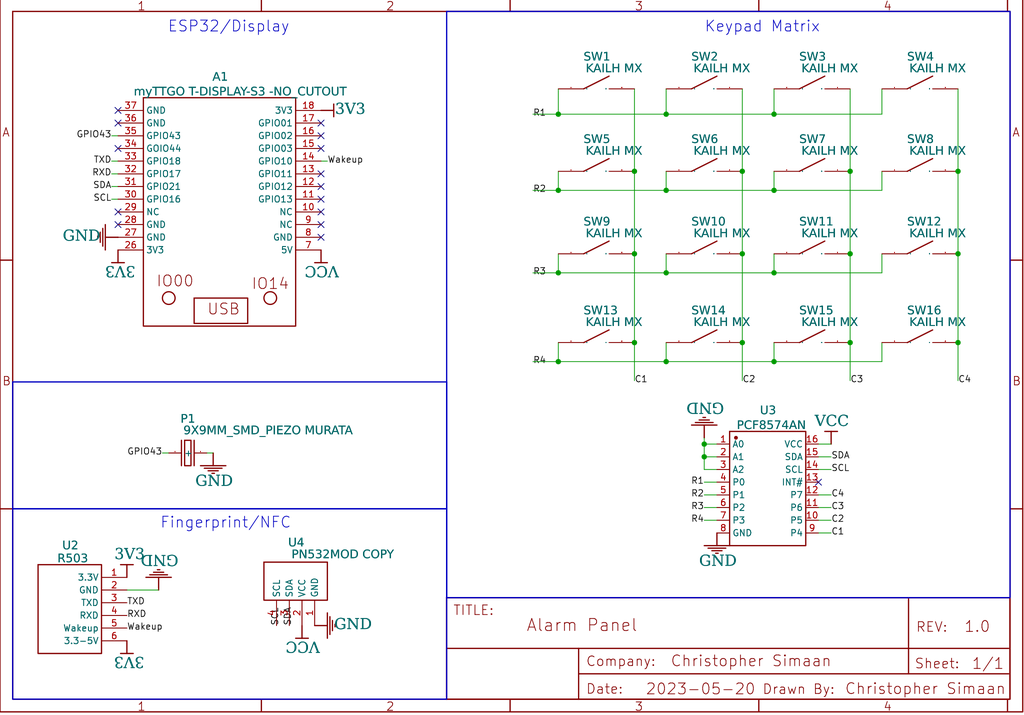
<source format=kicad_sch>
(kicad_sch (version 20231120) (generator "eeschema") (generator_version "8.0")
  (paper "User" 204.978 143.129)
  (lib_symbols
    (symbol "3V3" (power) (pin_numbers hide) (pin_names hide)
      (property "Value" "3V3" (at 0 3.81 0))
      (symbol "3V3_0_0"
        (polyline (pts (xy -1.27 -2.54) (xy 1.27 -2.54)) (stroke (width 0.254)))
        (polyline (pts (xy 0 0) (xy 0 -2.54)) (stroke (width 0.254)))
        (pin power_in line (at 0 0 270) (length 0) (name "3V3") (number "1"))
      )
    )
    (symbol "9X9MM_SMD_PIEZO MURATA"
      (property "Reference" "P1" (at -1.4478 7.6835 0))
      (property "Value" "9X9MM_SMD_PIEZO MURATA" (at -1.4478 5.4229 0))
      (symbol "9X9MM_SMD_PIEZO MURATA_0_0"
        (rectangle (start -0.635 2.54) (end 0.635 -2.54) (stroke (width 0.254)))
        (polyline (pts (xy -1.27 2.54) (xy -1.27 -2.54)) (stroke (width 0.254)))
        (polyline (pts (xy 1.27 2.54) (xy 1.27 -2.54)) (stroke (width 0.254)))
        (pin unspecified line (at -3.81 0 0) (length 2.54) (name "+") (number "1"))
        (pin unspecified line (at 3.81 0 180) (length 2.54) (name "") (number "2"))
      )
    )
    (symbol "GND" (power) (pin_numbers hide) (pin_names hide)
      (property "Value" "GND" (at 0 6.35 0))
      (symbol "GND_0_0"
        (polyline (pts (xy -2.54 -2.54) (xy 2.54 -2.54)) (stroke (width 0.254)))
        (polyline (pts (xy -1.778 -3.048) (xy 1.778 -3.048)) (stroke (width 0.254)))
        (polyline (pts (xy -1.016 -3.556) (xy 1.016 -3.556)) (stroke (width 0.254)))
        (polyline (pts (xy -0.254 -4.064) (xy 0.254 -4.064)) (stroke (width 0.254)))
        (polyline (pts (xy 0 0) (xy 0 -2.54)) (stroke (width 0.254)))
        (pin power_in line (at 0 0 270) (length 0) (name "GND") (number "1"))
      )
    )
    (symbol "KAILH MX CHOC V1 CHOC V2 HOT SWAP COPY"
      (property "Reference" "SW1" (at -2.5654 7.2771 0))
      (property "Value" "KAILH MX" (at -2.5654 4.9911 0))
      (symbol "KAILH MX CHOC V1 CHOC V2 HOT SWAP COPY_0_0"
        (polyline (pts (xy -2.54 0) (xy 2.54 2.54)) (stroke (width 0.254)))
        (pin bidirectional line (at -7.62 0 0) (length 5.08) (name "1") (number "1"))
        (pin bidirectional line (at 7.62 0 180) (length 5.08) (name "2") (number "2"))
      )
    )
    (symbol "KAILH MX CHOC V1 CHOC V2 HOT SWAP COPY_1"
      (property "Reference" "SW2" (at -2.5654 7.2771 0))
      (property "Value" "KAILH MX" (at -2.5654 4.9911 0))
      (symbol "KAILH MX CHOC V1 CHOC V2 HOT SWAP COPY_1_0_0"
        (polyline (pts (xy -2.54 0) (xy 2.54 2.54)) (stroke (width 0.254)))
        (pin bidirectional line (at -7.62 0 0) (length 5.08) (name "1") (number "1"))
        (pin bidirectional line (at 7.62 0 180) (length 5.08) (name "2") (number "2"))
      )
    )
    (symbol "KAILH MX CHOC V1 CHOC V2 HOT SWAP COPY_10"
      (property "Reference" "SW11" (at -2.5654 7.2771 0))
      (property "Value" "KAILH MX" (at -2.5654 4.9911 0))
      (symbol "KAILH MX CHOC V1 CHOC V2 HOT SWAP COPY_10_0_0"
        (polyline (pts (xy -2.54 0) (xy 2.54 2.54)) (stroke (width 0.254)))
        (pin bidirectional line (at -7.62 0 0) (length 5.08) (name "1") (number "1"))
        (pin bidirectional line (at 7.62 0 180) (length 5.08) (name "2") (number "2"))
      )
    )
    (symbol "KAILH MX CHOC V1 CHOC V2 HOT SWAP COPY_11"
      (property "Reference" "SW12" (at -2.5654 7.2771 0))
      (property "Value" "KAILH MX" (at -2.5654 4.9911 0))
      (symbol "KAILH MX CHOC V1 CHOC V2 HOT SWAP COPY_11_0_0"
        (polyline (pts (xy -2.54 0) (xy 2.54 2.54)) (stroke (width 0.254)))
        (pin bidirectional line (at -7.62 0 0) (length 5.08) (name "1") (number "1"))
        (pin bidirectional line (at 7.62 0 180) (length 5.08) (name "2") (number "2"))
      )
    )
    (symbol "KAILH MX CHOC V1 CHOC V2 HOT SWAP COPY_12"
      (property "Reference" "SW13" (at -2.5654 7.2771 0))
      (property "Value" "KAILH MX" (at -2.5654 4.9911 0))
      (symbol "KAILH MX CHOC V1 CHOC V2 HOT SWAP COPY_12_0_0"
        (polyline (pts (xy -2.54 0) (xy 2.54 2.54)) (stroke (width 0.254)))
        (pin bidirectional line (at -7.62 0 0) (length 5.08) (name "1") (number "1"))
        (pin bidirectional line (at 7.62 0 180) (length 5.08) (name "2") (number "2"))
      )
    )
    (symbol "KAILH MX CHOC V1 CHOC V2 HOT SWAP COPY_13"
      (property "Reference" "SW14" (at -2.5654 7.2771 0))
      (property "Value" "KAILH MX" (at -2.5654 4.9911 0))
      (symbol "KAILH MX CHOC V1 CHOC V2 HOT SWAP COPY_13_0_0"
        (polyline (pts (xy -2.54 0) (xy 2.54 2.54)) (stroke (width 0.254)))
        (pin bidirectional line (at -7.62 0 0) (length 5.08) (name "1") (number "1"))
        (pin bidirectional line (at 7.62 0 180) (length 5.08) (name "2") (number "2"))
      )
    )
    (symbol "KAILH MX CHOC V1 CHOC V2 HOT SWAP COPY_14"
      (property "Reference" "SW15" (at -2.5654 7.2771 0))
      (property "Value" "KAILH MX" (at -2.5654 4.9911 0))
      (symbol "KAILH MX CHOC V1 CHOC V2 HOT SWAP COPY_14_0_0"
        (polyline (pts (xy -2.54 0) (xy 2.54 2.54)) (stroke (width 0.254)))
        (pin bidirectional line (at -7.62 0 0) (length 5.08) (name "1") (number "1"))
        (pin bidirectional line (at 7.62 0 180) (length 5.08) (name "2") (number "2"))
      )
    )
    (symbol "KAILH MX CHOC V1 CHOC V2 HOT SWAP COPY_15"
      (property "Reference" "SW16" (at -2.5654 7.2771 0))
      (property "Value" "KAILH MX" (at -2.5654 4.9911 0))
      (symbol "KAILH MX CHOC V1 CHOC V2 HOT SWAP COPY_15_0_0"
        (polyline (pts (xy -2.54 0) (xy 2.54 2.54)) (stroke (width 0.254)))
        (pin bidirectional line (at -7.62 0 0) (length 5.08) (name "1") (number "1"))
        (pin bidirectional line (at 7.62 0 180) (length 5.08) (name "2") (number "2"))
      )
    )
    (symbol "KAILH MX CHOC V1 CHOC V2 HOT SWAP COPY_2"
      (property "Reference" "SW3" (at -2.5654 7.2771 0))
      (property "Value" "KAILH MX" (at -2.5654 4.9911 0))
      (symbol "KAILH MX CHOC V1 CHOC V2 HOT SWAP COPY_2_0_0"
        (polyline (pts (xy -2.54 0) (xy 2.54 2.54)) (stroke (width 0.254)))
        (pin bidirectional line (at -7.62 0 0) (length 5.08) (name "1") (number "1"))
        (pin bidirectional line (at 7.62 0 180) (length 5.08) (name "2") (number "2"))
      )
    )
    (symbol "KAILH MX CHOC V1 CHOC V2 HOT SWAP COPY_3"
      (property "Reference" "SW4" (at -2.5654 7.2771 0))
      (property "Value" "KAILH MX" (at -2.5654 4.9911 0))
      (symbol "KAILH MX CHOC V1 CHOC V2 HOT SWAP COPY_3_0_0"
        (polyline (pts (xy -2.54 0) (xy 2.54 2.54)) (stroke (width 0.254)))
        (pin bidirectional line (at -7.62 0 0) (length 5.08) (name "1") (number "1"))
        (pin bidirectional line (at 7.62 0 180) (length 5.08) (name "2") (number "2"))
      )
    )
    (symbol "KAILH MX CHOC V1 CHOC V2 HOT SWAP COPY_4"
      (property "Reference" "SW5" (at -2.5654 7.2771 0))
      (property "Value" "KAILH MX" (at -2.5654 4.9911 0))
      (symbol "KAILH MX CHOC V1 CHOC V2 HOT SWAP COPY_4_0_0"
        (polyline (pts (xy -2.54 0) (xy 2.54 2.54)) (stroke (width 0.254)))
        (pin bidirectional line (at -7.62 0 0) (length 5.08) (name "1") (number "1"))
        (pin bidirectional line (at 7.62 0 180) (length 5.08) (name "2") (number "2"))
      )
    )
    (symbol "KAILH MX CHOC V1 CHOC V2 HOT SWAP COPY_5"
      (property "Reference" "SW6" (at -2.5654 7.2771 0))
      (property "Value" "KAILH MX" (at -2.5654 4.9911 0))
      (symbol "KAILH MX CHOC V1 CHOC V2 HOT SWAP COPY_5_0_0"
        (polyline (pts (xy -2.54 0) (xy 2.54 2.54)) (stroke (width 0.254)))
        (pin bidirectional line (at -7.62 0 0) (length 5.08) (name "1") (number "1"))
        (pin bidirectional line (at 7.62 0 180) (length 5.08) (name "2") (number "2"))
      )
    )
    (symbol "KAILH MX CHOC V1 CHOC V2 HOT SWAP COPY_6"
      (property "Reference" "SW7" (at -2.5654 7.2771 0))
      (property "Value" "KAILH MX" (at -2.5654 4.9911 0))
      (symbol "KAILH MX CHOC V1 CHOC V2 HOT SWAP COPY_6_0_0"
        (polyline (pts (xy -2.54 0) (xy 2.54 2.54)) (stroke (width 0.254)))
        (pin bidirectional line (at -7.62 0 0) (length 5.08) (name "1") (number "1"))
        (pin bidirectional line (at 7.62 0 180) (length 5.08) (name "2") (number "2"))
      )
    )
    (symbol "KAILH MX CHOC V1 CHOC V2 HOT SWAP COPY_7"
      (property "Reference" "SW8" (at -2.5654 7.2771 0))
      (property "Value" "KAILH MX" (at -2.5654 4.9911 0))
      (symbol "KAILH MX CHOC V1 CHOC V2 HOT SWAP COPY_7_0_0"
        (polyline (pts (xy -2.54 0) (xy 2.54 2.54)) (stroke (width 0.254)))
        (pin bidirectional line (at -7.62 0 0) (length 5.08) (name "1") (number "1"))
        (pin bidirectional line (at 7.62 0 180) (length 5.08) (name "2") (number "2"))
      )
    )
    (symbol "KAILH MX CHOC V1 CHOC V2 HOT SWAP COPY_8"
      (property "Reference" "SW9" (at -2.5654 7.2771 0))
      (property "Value" "KAILH MX" (at -2.5654 4.9911 0))
      (symbol "KAILH MX CHOC V1 CHOC V2 HOT SWAP COPY_8_0_0"
        (polyline (pts (xy -2.54 0) (xy 2.54 2.54)) (stroke (width 0.254)))
        (pin bidirectional line (at -7.62 0 0) (length 5.08) (name "1") (number "1"))
        (pin bidirectional line (at 7.62 0 180) (length 5.08) (name "2") (number "2"))
      )
    )
    (symbol "KAILH MX CHOC V1 CHOC V2 HOT SWAP COPY_9"
      (property "Reference" "SW10" (at -2.5654 7.2771 0))
      (property "Value" "KAILH MX" (at -2.5654 4.9911 0))
      (symbol "KAILH MX CHOC V1 CHOC V2 HOT SWAP COPY_9_0_0"
        (polyline (pts (xy -2.54 0) (xy 2.54 2.54)) (stroke (width 0.254)))
        (pin bidirectional line (at -7.62 0 0) (length 5.08) (name "1") (number "1"))
        (pin bidirectional line (at 7.62 0 180) (length 5.08) (name "2") (number "2"))
      )
    )
    (symbol "PCF8574AN"
      (property "Reference" "U3" (at -1.5494 16.4973 0))
      (property "Value" "PCF8574AN" (at -6.6548 13.5763 0))
      (symbol "PCF8574AN_0_0"
        (rectangle (start -7.62 11.43) (end 7.62 -11.43) (stroke (width 0.254)))
        (circle (center -6.35 10.16) (radius 0.254) (stroke (width 0.254)) (fill (type outline)))
        (pin unspecified line (at -10.16 8.89 0) (length 2.54) (name "A0") (number "1"))
        (pin unspecified line (at 10.16 -6.35 180) (length 2.54) (name "P5") (number "10"))
        (pin unspecified line (at 10.16 -3.81 180) (length 2.54) (name "P6") (number "11"))
        (pin unspecified line (at 10.16 -1.27 180) (length 2.54) (name "P7") (number "12"))
        (pin unspecified line (at 10.16 1.27 180) (length 2.54) (name "INT#") (number "13"))
        (pin unspecified line (at 10.16 3.81 180) (length 2.54) (name "SCL") (number "14"))
        (pin unspecified line (at 10.16 6.35 180) (length 2.54) (name "SDA") (number "15"))
        (pin unspecified line (at 10.16 8.89 180) (length 2.54) (name "VCC") (number "16"))
        (pin unspecified line (at -10.16 6.35 0) (length 2.54) (name "A1") (number "2"))
        (pin unspecified line (at -10.16 3.81 0) (length 2.54) (name "A2") (number "3"))
        (pin unspecified line (at -10.16 1.27 0) (length 2.54) (name "P0") (number "4"))
        (pin unspecified line (at -10.16 -1.27 0) (length 2.54) (name "P1") (number "5"))
        (pin unspecified line (at -10.16 -3.81 0) (length 2.54) (name "P2") (number "6"))
        (pin unspecified line (at -10.16 -6.35 0) (length 2.54) (name "P3") (number "7"))
        (pin unspecified line (at -10.16 -8.89 0) (length 2.54) (name "GND") (number "8"))
        (pin unspecified line (at 10.16 -8.89 180) (length 2.54) (name "P4") (number "9"))
      )
    )
    (symbol "PN532MOD COPY"
      (property "Reference" "U4" (at -5.3086 17.4625 0))
      (property "Value" "PN532MOD COPY" (at -5.3086 15.1511 0))
      (symbol "PN532MOD COPY_0_0"
        (rectangle (start -10.16 12.7) (end 2.54 5.08) (stroke (width 0.254)))
        (pin unspecified line (at 0 0 90) (length 5.08) (name "GND") (number "1"))
        (pin unspecified line (at -2.54 0 90) (length 5.08) (name "VCC") (number "2"))
        (pin unspecified line (at -5.08 0 90) (length 5.08) (name "SDA") (number "3"))
        (pin unspecified line (at -7.62 0 90) (length 5.08) (name "SCL") (number "4"))
      )
    )
    (symbol "R503 Fingerprint reader"
      (property "Reference" "U2" (at -0.2286 14.8463 0))
      (property "Value" "R503" (at -1.5494 12.3063 0))
      (symbol "R503 Fingerprint reader_0_0"
        (rectangle (start -5.08 10.16) (end 7.62 -7.62) (stroke (width 0.254)))
        (pin unspecified line (at 12.7 7.62 180) (length 5.08) (name "3.3V") (number "1"))
        (pin unspecified line (at 12.7 5.08 180) (length 5.08) (name "GND") (number "2"))
        (pin unspecified line (at 12.7 2.54 180) (length 5.08) (name "TXD") (number "3"))
        (pin unspecified line (at 12.7 0 180) (length 5.08) (name "RXD") (number "4"))
        (pin unspecified line (at 12.7 -2.54 180) (length 5.08) (name "Wakeup") (number "5"))
        (pin unspecified line (at 12.7 -5.08 180) (length 5.08) (name "3.3-5V") (number "6"))
      )
    )
    (symbol "Unknown_5_-566"
      (property "Reference" "A" (at 57.9882 66.7131 0))
      (property "Value" "A" (at 57.9882 64.4271 0))
      (symbol "Unknown_5_-566_0_0"
        (polyline (pts (xy 2.54 -102.108) (xy 0 -102.108)) (stroke (width 0.254)))
        (polyline (pts (xy 2.54 -52.324) (xy 0 -52.324)) (stroke (width 0.254)))
        (polyline (pts (xy 52.324 -140.208) (xy 52.324 -142.748)) (stroke (width 0.254)))
        (polyline (pts (xy 52.324 -2.54) (xy 52.324 0)) (stroke (width 0.254)))
        (polyline (pts (xy 89.408 -130.048) (xy 201.93 -130.048)) (stroke (width 0.254)))
        (polyline (pts (xy 102.108 -140.208) (xy 102.108 -142.748)) (stroke (width 0.254)))
        (polyline (pts (xy 102.108 -2.54) (xy 102.108 0)) (stroke (width 0.254)))
        (polyline (pts (xy 115.824 -135.128) (xy 201.93 -135.128)) (stroke (width 0.254)))
        (polyline (pts (xy 115.824 -130.048) (xy 115.824 -140.208)) (stroke (width 0.254)))
        (polyline (pts (xy 151.892 -140.208) (xy 151.892 -142.748)) (stroke (width 0.254)))
        (polyline (pts (xy 151.892 -2.54) (xy 151.892 0)) (stroke (width 0.254)))
        (polyline (pts (xy 181.864 -130.048) (xy 181.864 -135.128)) (stroke (width 0.254)))
        (polyline (pts (xy 181.864 -120.142) (xy 181.864 -130.048)) (stroke (width 0.254)))
        (polyline (pts (xy 201.676 -140.208) (xy 201.676 -142.748)) (stroke (width 0.254)))
        (polyline (pts (xy 201.676 -2.54) (xy 201.676 0)) (stroke (width 0.254)))
        (polyline (pts (xy 202.184 -102.108) (xy 204.724 -102.108)) (stroke (width 0.254)))
        (polyline (pts (xy 202.184 -52.324) (xy 204.724 -52.324)) (stroke (width 0.254)))
        (rectangle (start 0 0) (end 204.724 -142.748) (stroke (width 0.254)))
        (rectangle (start 2.54 -2.54) (end 202.184 -140.208) (stroke (width 0.254)))
        (rectangle (start 89.3826 -119.888) (end 202.1586 -140.208) (stroke (width 0.254)))
        (text "1" (at 27.432 -140.6779 0) (effects (font (size 1.6891 1.6891)) (justify left top)))
        (text "1" (at 27.432 -0.4699 0) (effects (font (size 1.6891 1.6891)) (justify left top)))
        (text "1.0" (at 192.9384 -124.3711 0) (effects (font (size 2.1717 2.1717)) (justify left top)))
        (text "1/1" (at 194.4624 -131.7879 0) (effects (font (size 2.1717 2.1717)) (justify left top)))
        (text "2" (at 77.216 -140.6779 0) (effects (font (size 1.6891 1.6891)) (justify left top)))
        (text "2" (at 77.216 -0.4699 0) (effects (font (size 1.6891 1.6891)) (justify left top)))
        (text "2023-05-20" (at 129.1844 -136.8679 0) (effects (font (size 2.1717 2.1717)) (justify left top)))
        (text "3" (at 127 -140.6779 0) (effects (font (size 1.6891 1.6891)) (justify left top)))
        (text "3" (at 127 -0.4699 0) (effects (font (size 1.6891 1.6891)) (justify left top)))
        (text "4" (at 176.784 -140.6779 0) (effects (font (size 1.6891 1.6891)) (justify left top)))
        (text "4" (at 176.784 -0.4699 0) (effects (font (size 1.6891 1.6891)) (justify left top)))
        (text "A" (at 0.381 -25.7429 0) (effects (font (size 1.6891 1.6891)) (justify left top)))
        (text "A" (at 202.565 -25.7429 0) (effects (font (size 1.6891 1.6891)) (justify left top)))
        (text "Alarm Panel" (at 105.3084 -123.952 0) (effects (font (size 2.413 2.413)) (justify left top)))
        (text "B" (at 0.381 -75.5269 0) (effects (font (size 1.6891 1.6891)) (justify left top)))
        (text "B" (at 202.565 -75.5269 0) (effects (font (size 1.6891 1.6891)) (justify left top)))
        (text "Christopher Simaan" (at 134.1628 -131.2545 0) (effects (font (size 2.1717 2.1717)) (justify left top)))
        (text "Christopher Simaan" (at 169.0624 -136.8171 0) (effects (font (size 2.1717 2.1717)) (justify left top)))
        (text "Company:" (at 117.2464 -131.4704 0) (effects (font (size 1.9304 1.9304)) (justify left top)))
        (text "Date:" (at 117.2464 -137.0076 0) (effects (font (size 1.9304 1.9304)) (justify left top)))
        (text "Drawn By:" (at 152.5524 -137.0584 0) (effects (font (size 1.9304 1.9304)) (justify left top)))
        (text "REV:" (at 183.2864 -124.6124 0) (effects (font (size 1.9304 1.9304)) (justify left top)))
        (text "Sheet:" (at 183.0324 -131.9276 0) (effects (font (size 1.9304 1.9304)) (justify left top)))
        (text "TITLE:" (at 90.6526 -121.2596 0) (effects (font (size 1.9304 1.9304)) (justify left top)))
      )
    )
    (symbol "VCC" (power) (pin_numbers hide) (pin_names hide)
      (property "Value" "VCC" (at 0 3.81 0))
      (symbol "VCC_0_0"
        (polyline (pts (xy -1.27 -2.54) (xy 1.27 -2.54)) (stroke (width 0.254)))
        (polyline (pts (xy 0 0) (xy 0 -2.54)) (stroke (width 0.254)))
        (pin power_in line (at 0 0 270) (length 0) (name "VCC") (number "1"))
      )
    )
    (symbol "myTTGO T-DISPLAY-S3 -NO_CUTOUT"
      (property "Reference" "A1" (at -1.4224 25.3365 0))
      (property "Value" "myTTGO T-DISPLAY-S3 -NO_CUTOUT" (at -19.685 22.4409 0))
      (symbol "myTTGO T-DISPLAY-S3 -NO_CUTOUT_0_0"
        (rectangle (start -15.24 20.32) (end 15.24 -25.4) (stroke (width 0.254)))
        (circle (center -10.16 -19.7866) (radius 1.27) (stroke (width 0.254)))
        (rectangle (start -5.08 -19.7866) (end 5.6388 -24.8666) (stroke (width 0.254)))
        (circle (center 10.16 -19.7866) (radius 1.27) (stroke (width 0.254)))
        (text "IO00" (at -12.7 -15.0749 0) (effects (font (size 2.1717 2.1717)) (justify left top)))
        (text "IO14" (at 6.35 -15.6083 0) (effects (font (size 2.1717 2.1717)) (justify left top)))
        (text "USB" (at -2.54 -20.6883 0) (effects (font (size 2.1717 2.1717)) (justify left top)))
        (pin unspecified line (at 20.32 -2.54 180) (length 5.08) (name "NC") (number "10"))
        (pin bidirectional line (at 20.32 0 180) (length 5.08) (name "GPIO13") (number "11"))
        (pin bidirectional line (at 20.32 2.54 180) (length 5.08) (name "GPIO12") (number "12"))
        (pin bidirectional line (at 20.32 5.08 180) (length 5.08) (name "GPIO11") (number "13"))
        (pin bidirectional line (at 20.32 7.62 180) (length 5.08) (name "GPIO10") (number "14"))
        (pin bidirectional line (at 20.32 10.16 180) (length 5.08) (name "GPIO03") (number "15"))
        (pin bidirectional line (at 20.32 12.7 180) (length 5.08) (name "GPIO02") (number "16"))
        (pin passive line (at 20.32 15.24 180) (length 5.08) (name "GPIO01") (number "17"))
        (pin passive line (at 20.32 17.78 180) (length 5.08) (name "3V3") (number "18"))
        (pin passive line (at -20.32 -10.16 0) (length 5.08) (name "3V3") (number "26"))
        (pin passive line (at -20.32 -7.62 0) (length 5.08) (name "GND") (number "27"))
        (pin unspecified line (at -20.32 -5.08 0) (length 5.08) (name "GND") (number "28"))
        (pin unspecified line (at -20.32 -2.54 0) (length 5.08) (name "NC") (number "29"))
        (pin bidirectional line (at -20.32 0 0) (length 5.08) (name "GPIO16") (number "30"))
        (pin bidirectional line (at -20.32 2.54 0) (length 5.08) (name "GPIO21") (number "31"))
        (pin bidirectional line (at -20.32 5.08 0) (length 5.08) (name "GPIO17") (number "32"))
        (pin bidirectional line (at -20.32 7.62 0) (length 5.08) (name "GPIO18") (number "33"))
        (pin bidirectional line (at -20.32 10.16 0) (length 5.08) (name "GOIO44") (number "34"))
        (pin bidirectional line (at -20.32 12.7 0) (length 5.08) (name "GPIO43") (number "35"))
        (pin bidirectional line (at -20.32 15.24 0) (length 5.08) (name "GND") (number "36"))
        (pin passive line (at -20.32 17.78 0) (length 5.08) (name "GND") (number "37"))
        (pin passive line (at 20.32 -10.16 180) (length 5.08) (name "5V") (number "7"))
        (pin passive line (at 20.32 -7.62 180) (length 5.08) (name "GND") (number "8"))
        (pin passive line (at 20.32 -5.08 180) (length 5.08) (name "NC") (number "9"))
      )
    )
  )
  (junction (at 127 68.58))
  (junction (at 148.59 50.8))
  (junction (at 111.76 38.1))
  (junction (at 170.18 34.29))
  (junction (at 133.35 22.86))
  (junction (at 170.18 50.8))
  (junction (at 191.77 34.29))
  (junction (at 133.35 54.61))
  (junction (at 148.59 34.29))
  (junction (at 170.18 68.58))
  (junction (at 111.76 72.39))
  (junction (at 133.35 38.1))
  (junction (at 148.59 68.58))
  (junction (at 140.97 91.44))
  (junction (at 127 50.8))
  (junction (at 191.77 68.58))
  (junction (at 154.94 54.61))
  (junction (at 154.94 72.39))
  (junction (at 191.77 50.8))
  (junction (at 154.94 22.86))
  (junction (at 133.35 72.39))
  (junction (at 127 34.29))
  (junction (at 111.76 22.86))
  (junction (at 140.97 88.9))
  (junction (at 154.94 38.1))
  (junction (at 111.76 54.61))
  (no_connect (at 64.262 27.178))
  (no_connect (at 23.622 29.718))
  (no_connect (at 64.262 42.418))
  (no_connect (at 23.622 42.418))
  (no_connect (at 64.262 24.638))
  (no_connect (at 163.83 96.52))
  (no_connect (at 23.622 24.638))
  (no_connect (at 64.262 34.798))
  (no_connect (at 64.262 39.878))
  (no_connect (at 64.262 47.498))
  (no_connect (at 64.262 37.338))
  (no_connect (at 23.622 22.098))
  (no_connect (at 23.622 44.958))
  (no_connect (at 64.262 44.958))
  (no_connect (at 64.262 29.718))
  (wire (pts (xy 170.18 34.29) (xy 170.18 50.8)))
  (wire (pts (xy 106.68 72.39) (xy 111.76 72.39)))
  (wire (pts (xy 111.76 38.1) (xy 111.76 34.29)))
  (wire (pts (xy 127 50.8) (xy 127 34.29)))
  (wire (pts (xy 176.53 54.61) (xy 154.94 54.61)))
  (wire (pts (xy 176.53 38.1) (xy 154.94 38.1)))
  (wire (pts (xy 148.59 68.58) (xy 148.59 50.8)))
  (wire (pts (xy 176.53 17.78) (xy 176.53 22.86)))
  (wire (pts (xy 154.94 34.29) (xy 154.94 38.1)))
  (wire (pts (xy 154.94 22.86) (xy 133.35 22.86)))
  (wire (pts (xy 148.59 50.8) (xy 148.59 34.29)))
  (wire (pts (xy 166.37 104.14) (xy 163.83 104.14)))
  (wire (pts (xy 65.532 32.258) (xy 64.262 32.258)))
  (wire (pts (xy 148.59 34.29) (xy 148.59 17.78)))
  (wire (pts (xy 111.76 22.86) (xy 111.76 17.78)))
  (wire (pts (xy 127 34.29) (xy 127 17.78)))
  (wire (pts (xy 166.37 106.68) (xy 163.83 106.68)))
  (wire (pts (xy 31.75 118.11) (xy 25.4 118.11)))
  (wire (pts (xy 166.37 91.44) (xy 163.83 91.44)))
  (wire (pts (xy 133.35 22.86) (xy 111.76 22.86)))
  (wire (pts (xy 148.59 76.2) (xy 148.59 68.58)))
  (wire (pts (xy 42.672 90.678) (xy 41.402 90.678)))
  (wire (pts (xy 133.35 17.78) (xy 133.35 22.86)))
  (wire (pts (xy 106.68 22.86) (xy 111.76 22.86)))
  (wire (pts (xy 191.77 68.58) (xy 191.77 76.2)))
  (wire (pts (xy 133.35 50.8) (xy 133.35 54.61)))
  (wire (pts (xy 166.37 101.6) (xy 163.83 101.6)))
  (wire (pts (xy 176.53 50.8) (xy 176.53 54.61)))
  (wire (pts (xy 106.68 38.1) (xy 111.76 38.1)))
  (wire (pts (xy 22.352 37.338) (xy 23.622 37.338)))
  (wire (pts (xy 32.512 90.678) (xy 33.782 90.678)))
  (wire (pts (xy 143.51 104.14) (xy 140.97 104.14)))
  (wire (pts (xy 111.76 72.39) (xy 111.76 68.58)))
  (wire (pts (xy 170.18 50.8) (xy 170.18 68.58)))
  (wire (pts (xy 143.51 88.9) (xy 140.97 88.9)))
  (wire (pts (xy 154.94 68.58) (xy 154.94 72.39)))
  (wire (pts (xy 133.35 38.1) (xy 111.76 38.1)))
  (wire (pts (xy 143.51 101.6) (xy 140.97 101.6)))
  (wire (pts (xy 154.94 38.1) (xy 133.35 38.1)))
  (wire (pts (xy 140.97 93.98) (xy 140.97 91.44)))
  (wire (pts (xy 143.51 93.98) (xy 140.97 93.98)))
  (wire (pts (xy 106.68 54.61) (xy 111.76 54.61)))
  (wire (pts (xy 127 68.58) (xy 127 50.8)))
  (wire (pts (xy 140.97 91.44) (xy 140.97 88.9)))
  (wire (pts (xy 154.94 72.39) (xy 133.35 72.39)))
  (wire (pts (xy 23.622 27.178) (xy 22.352 27.178)))
  (wire (pts (xy 22.352 34.798) (xy 23.622 34.798)))
  (wire (pts (xy 191.77 17.78) (xy 191.77 34.29)))
  (wire (pts (xy 191.77 50.8) (xy 191.77 68.58)))
  (wire (pts (xy 163.83 88.9) (xy 166.37 88.9)))
  (wire (pts (xy 140.97 96.52) (xy 143.51 96.52)))
  (wire (pts (xy 140.97 88.9) (xy 140.97 87.63)))
  (wire (pts (xy 133.35 54.61) (xy 111.76 54.61)))
  (wire (pts (xy 143.51 99.06) (xy 140.97 99.06)))
  (wire (pts (xy 133.35 34.29) (xy 133.35 38.1)))
  (wire (pts (xy 170.18 68.58) (xy 170.18 76.2)))
  (wire (pts (xy 166.37 93.98) (xy 163.83 93.98)))
  (wire (pts (xy 176.53 72.39) (xy 154.94 72.39)))
  (wire (pts (xy 176.53 22.86) (xy 154.94 22.86)))
  (wire (pts (xy 143.51 91.44) (xy 140.97 91.44)))
  (wire (pts (xy 176.53 68.58) (xy 176.53 72.39)))
  (wire (pts (xy 166.37 99.06) (xy 163.83 99.06)))
  (wire (pts (xy 170.18 17.78) (xy 170.18 34.29)))
  (wire (pts (xy 133.35 72.39) (xy 111.76 72.39)))
  (wire (pts (xy 154.94 17.78) (xy 154.94 22.86)))
  (wire (pts (xy 127 76.2) (xy 127 68.58)))
  (wire (pts (xy 22.352 32.258) (xy 23.622 32.258)))
  (wire (pts (xy 111.76 54.61) (xy 111.76 50.8)))
  (wire (pts (xy 133.35 68.58) (xy 133.35 72.39)))
  (wire (pts (xy 154.94 54.61) (xy 133.35 54.61)))
  (wire (pts (xy 22.352 39.878) (xy 23.622 39.878)))
  (wire (pts (xy 154.94 50.8) (xy 154.94 54.61)))
  (wire (pts (xy 176.53 34.29) (xy 176.53 38.1)))
  (wire (pts (xy 191.77 34.29) (xy 191.77 50.8)))
  (rectangle (start 89.408 2.286) (end 202.184 119.634) (stroke (width 0.254)))
  (rectangle (start 2.54 101.854) (end 89.408 139.954) (stroke (width 0.254)))
  (rectangle (start 2.54 76.454) (end 89.408 101.854) (stroke (width 0.254)))
  (text "ESP32/Display" (at 33.528 4.1783 0) (effects (font (size 2.1717 2.1717)) (justify left top)))
  (text "Keypad Matrix" (at 140.97 4.1783 0) (effects (font (size 2.1717 2.1717)) (justify left top)))
  (text "Fingerprint/NFC" (at 32.004 103.4923 0) (effects (font (size 2.1717 2.1717)) (justify left top)))
  (label "C3" (at 166.37 101.6 0))
  (label "C1" (at 166.37 106.68 0))
  (label "C3" (at 170.18 76.2 0))
  (label "R4" (at 140.97 104.14 180))
  (label "GPIO43" (at 22.352 27.178 180))
  (label "C2" (at 166.37 104.14 0))
  (label "GPIO43" (at 32.512 90.678 180))
  (label "C2" (at 148.59 76.2 0))
  (label "R2" (at 140.97 99.06 180))
  (label "TXD" (at 25.4 120.65 0))
  (label "TXD" (at 22.352 32.258 180))
  (label "R3" (at 106.68 54.61 0))
  (label "C4" (at 191.77 76.2 0))
  (label "Wakeup" (at 65.532 32.258 0))
  (label "SCL" (at 166.37 93.98 0))
  (label "SDA" (at 22.352 37.338 180))
  (label "RXD" (at 25.4 123.19 0))
  (label "SDA" (at 57.912 125.222 90))
  (label "SCL" (at 22.352 39.878 180))
  (label "C4" (at 166.37 99.06 0))
  (label "RXD" (at 22.352 34.798 180))
  (label "SDA" (at 166.37 91.44 0))
  (label "Wakeup" (at 25.4 125.73 0))
  (label "R3" (at 140.97 101.6 180))
  (label "R1" (at 106.68 22.86 0))
  (label "R1" (at 140.97 96.52 180))
  (label "R4" (at 106.68 72.39 0))
  (label "R2" (at 106.68 38.1 0))
  (label "SCL" (at 55.372 125.222 90))
  (label "C1" (at 127 76.2 0))
  (symbol (lib_id "KAILH MX CHOC V1 CHOC V2 HOT SWAP COPY_15") (at 184.15 68.58 0) (unit 0)
    (property "Reference" "SW16" (at 181.5846 61.3029 0) (effects (font (size 1.6891 1.6891)) (justify left top)))
    (property "Value" "KAILH MX" (at 181.5846 63.5889 0) (effects (font (size 1.6891 1.6891)) (justify left top)))
  )
  (symbol (lib_id "KAILH MX CHOC V1 CHOC V2 HOT SWAP COPY_7") (at 184.15 34.29 0) (unit 0)
    (property "Reference" "SW8" (at 181.5846 27.0129 0) (effects (font (size 1.6891 1.6891)) (justify left top)))
    (property "Value" "KAILH MX" (at 181.5846 29.2989 0) (effects (font (size 1.6891 1.6891)) (justify left top)))
  )
  (symbol (lib_id "GND") (at 62.992 125.222 90) (unit 0)
    (property "Reference" "#PWR?" (effects (hide yes)))
    (property "Value" "GND" (at 67.183 126.2634 -90) (effects (font (size 2.1717 2.1717)) (justify left bottom)))
    (property "Description" "Power symbol creates a global label with name 'GND'" (effects (hide yes)))
  )
  (symbol (lib_id "KAILH MX CHOC V1 CHOC V2 HOT SWAP COPY_12") (at 119.38 68.58 0) (unit 0)
    (property "Reference" "SW13" (at 116.8146 61.3029 0) (effects (font (size 1.6891 1.6891)) (justify left top)))
    (property "Value" "KAILH MX" (at 116.8146 63.5889 0) (effects (font (size 1.6891 1.6891)) (justify left top)))
  )
  (symbol (lib_id "KAILH MX CHOC V1 CHOC V2 HOT SWAP COPY_9") (at 140.97 50.8 0) (unit 0)
    (property "Reference" "SW10" (at 138.4046 43.5229 0) (effects (font (size 1.6891 1.6891)) (justify left top)))
    (property "Value" "KAILH MX" (at 138.4046 45.8089 0) (effects (font (size 1.6891 1.6891)) (justify left top)))
  )
  (symbol (lib_id "KAILH MX CHOC V1 CHOC V2 HOT SWAP COPY_4") (at 119.38 34.29 0) (unit 0)
    (property "Reference" "SW5" (at 116.8146 27.0129 0) (effects (font (size 1.6891 1.6891)) (justify left top)))
    (property "Value" "KAILH MX" (at 116.8146 29.2989 0) (effects (font (size 1.6891 1.6891)) (justify left top)))
  )
  (symbol (lib_id "PN532MOD COPY") (at 62.992 125.222 0) (unit 0)
    (property "Reference" "U4" (at 57.6834 107.7595 0) (effects (font (size 1.6891 1.6891)) (justify left top)))
    (property "Value" "PN532MOD COPY" (at 57.6834 110.0709 0) (effects (font (size 1.6891 1.6891)) (justify left top)))
  )
  (symbol (lib_id "myTTGO T-DISPLAY-S3 -NO_CUTOUT") (at 43.942 39.878 0) (unit 0)
    (property "Reference" "A1" (at 42.5196 14.5415 0) (effects (font (size 1.6891 1.6891)) (justify left top)))
    (property "Value" "myTTGO T-DISPLAY-S3 -NO_CUTOUT" (at 24.257 17.4371 0) (effects (font (size 1.6891 1.6891)) (justify left top)))
  )
  (symbol (lib_id "KAILH MX CHOC V1 CHOC V2 HOT SWAP COPY") (at 119.38 17.78 0) (unit 0)
    (property "Reference" "SW1" (at 116.8146 10.5029 0) (effects (font (size 1.6891 1.6891)) (justify left top)))
    (property "Value" "KAILH MX" (at 116.8146 12.7889 0) (effects (font (size 1.6891 1.6891)) (justify left top)))
  )
  (symbol (lib_id "3V3") (at 25.4 115.57 0) (mirror x) (unit 0)
    (property "Reference" "#PWR?" (effects (hide yes)))
    (property "Value" "3V3" (at 22.7584 112.2426 0) (effects (font (size 2.1717 2.1717)) (justify left top)))
    (property "Description" "Power symbol creates a global label with name '3V3'" (effects (hide yes)))
  )
  (symbol (lib_id "3V3") (at 64.262 22.098 90) (mirror x) (unit 0)
    (property "Reference" "#PWR?" (effects (hide yes)))
    (property "Value" "3V3" (at 66.929 23.1394 -270) (effects (font (size 2.1717 2.1717)) (justify right bottom)))
    (property "Description" "Power symbol creates a global label with name '3V3'" (effects (hide yes)))
  )
  (symbol (lib_id "VCC") (at 60.452 125.222 0) (mirror y) (unit 0)
    (property "Reference" "#PWR?" (effects (hide yes)))
    (property "Value" "VCC" (at 57.3024 130.6068 -180) (effects (font (size 2.1717 2.1717)) (justify left top)))
    (property "Description" "Power symbol creates a global label with name 'VCC'" (effects (hide yes)))
  )
  (symbol (lib_id "GND") (at 23.622 47.498 270) (unit 0)
    (property "Reference" "#PWR?" (effects (hide yes)))
    (property "Value" "GND" (at 12.827 48.514 -270) (effects (font (size 2.1717 2.1717)) (justify left bottom)))
    (property "Description" "Power symbol creates a global label with name 'GND'" (effects (hide yes)))
  )
  (symbol (lib_id "VCC") (at 166.37 88.9 0) (mirror x) (unit 0)
    (property "Reference" "#PWR?" (effects (hide yes)))
    (property "Value" "VCC" (at 163.2204 85.598 0) (effects (font (size 2.1717 2.1717)) (justify left top)))
    (property "Description" "Power symbol creates a global label with name 'VCC'" (effects (hide yes)))
  )
  (symbol (lib_id "9X9MM_SMD_PIEZO MURATA") (at 37.592 90.678 0) (unit 0)
    (property "Reference" "P1" (at 36.1442 82.9945 0) (effects (font (size 1.6891 1.6891)) (justify left top)))
    (property "Value" "9X9MM_SMD_PIEZO MURATA" (at 36.1442 85.2551 0) (effects (font (size 1.6891 1.6891)) (justify left top)))
  )
  (symbol (lib_id "R503 Fingerprint reader") (at 12.7 123.19 0) (unit 0)
    (property "Reference" "U2" (at 12.4714 108.3437 0) (effects (font (size 1.6891 1.6891)) (justify left top)))
    (property "Value" "R503" (at 11.1506 110.8837 0) (effects (font (size 1.6891 1.6891)) (justify left top)))
  )
  (symbol (lib_id "Unknown_5_-566") (at 0 -0.254 0) (unit 0)
    (property "Reference" "A" (at 57.9882 -66.9671 0) (effects (font (size 1.6891 1.6891)) (justify left top)))
    (property "Value" "A" (at 57.9882 -64.6811 0) (effects (font (size 1.6891 1.6891)) (justify left top)))
  )
  (symbol (lib_id "GND") (at 140.97 87.63 180) (unit 0)
    (property "Reference" "#PWR?" (effects (hide yes)))
    (property "Value" "GND" (at 137.668 82.7786 -180) (effects (font (size 2.1717 2.1717)) (justify left bottom)))
    (property "Description" "Power symbol creates a global label with name 'GND'" (effects (hide yes)))
  )
  (symbol (lib_id "KAILH MX CHOC V1 CHOC V2 HOT SWAP COPY_6") (at 162.56 34.29 0) (unit 0)
    (property "Reference" "SW7" (at 159.9946 27.0129 0) (effects (font (size 1.6891 1.6891)) (justify left top)))
    (property "Value" "KAILH MX" (at 159.9946 29.2989 0) (effects (font (size 1.6891 1.6891)) (justify left top)))
  )
  (symbol (lib_id "KAILH MX CHOC V1 CHOC V2 HOT SWAP COPY_10") (at 162.56 50.8 0) (unit 0)
    (property "Reference" "SW11" (at 159.9946 43.5229 0) (effects (font (size 1.6891 1.6891)) (justify left top)))
    (property "Value" "KAILH MX" (at 159.9946 45.8089 0) (effects (font (size 1.6891 1.6891)) (justify left top)))
  )
  (symbol (lib_id "KAILH MX CHOC V1 CHOC V2 HOT SWAP COPY_13") (at 140.97 68.58 0) (unit 0)
    (property "Reference" "SW14" (at 138.4046 61.3029 0) (effects (font (size 1.6891 1.6891)) (justify left top)))
    (property "Value" "KAILH MX" (at 138.4046 63.5889 0) (effects (font (size 1.6891 1.6891)) (justify left top)))
  )
  (symbol (lib_id "VCC") (at 64.262 50.038 0) (mirror y) (unit 0)
    (property "Reference" "#PWR?" (effects (hide yes)))
    (property "Value" "VCC" (at 61.1124 55.4228 -180) (effects (font (size 2.1717 2.1717)) (justify left top)))
    (property "Description" "Power symbol creates a global label with name 'VCC'" (effects (hide yes)))
  )
  (symbol (lib_id "KAILH MX CHOC V1 CHOC V2 HOT SWAP COPY_11") (at 184.15 50.8 0) (unit 0)
    (property "Reference" "SW12" (at 181.5846 43.5229 0) (effects (font (size 1.6891 1.6891)) (justify left top)))
    (property "Value" "KAILH MX" (at 181.5846 45.8089 0) (effects (font (size 1.6891 1.6891)) (justify left top)))
  )
  (symbol (lib_id "3V3") (at 25.4 128.27 0) (mirror y) (unit 0)
    (property "Reference" "#PWR?" (effects (hide yes)))
    (property "Value" "3V3" (at 22.6568 133.6548 -180) (effects (font (size 2.1717 2.1717)) (justify left top)))
    (property "Description" "Power symbol creates a global label with name '3V3'" (effects (hide yes)))
  )
  (symbol (lib_id "KAILH MX CHOC V1 CHOC V2 HOT SWAP COPY_1") (at 140.97 17.78 0) (unit 0)
    (property "Reference" "SW2" (at 138.4046 10.5029 0) (effects (font (size 1.6891 1.6891)) (justify left top)))
    (property "Value" "KAILH MX" (at 138.4046 12.7889 0) (effects (font (size 1.6891 1.6891)) (justify left top)))
  )
  (symbol (lib_id "GND") (at 31.75 118.11 180) (unit 0)
    (property "Reference" "#PWR?" (effects (hide yes)))
    (property "Value" "GND" (at 28.448 113.2332 -180) (effects (font (size 2.1717 2.1717)) (justify left bottom)))
    (property "Description" "Power symbol creates a global label with name 'GND'" (effects (hide yes)))
  )
  (symbol (lib_id "KAILH MX CHOC V1 CHOC V2 HOT SWAP COPY_2") (at 162.56 17.78 0) (unit 0)
    (property "Reference" "SW3" (at 159.9946 10.5029 0) (effects (font (size 1.6891 1.6891)) (justify left top)))
    (property "Value" "KAILH MX" (at 159.9946 12.7889 0) (effects (font (size 1.6891 1.6891)) (justify left top)))
  )
  (symbol (lib_id "PCF8574AN") (at 153.67 97.79 0) (unit 0)
    (property "Reference" "U3" (at 152.1206 81.2927 0) (effects (font (size 1.6891 1.6891)) (justify left top)))
    (property "Value" "PCF8574AN" (at 147.0152 84.2137 0) (effects (font (size 1.6891 1.6891)) (justify left top)))
  )
  (symbol (lib_id "KAILH MX CHOC V1 CHOC V2 HOT SWAP COPY_3") (at 184.15 17.78 0) (unit 0)
    (property "Reference" "SW4" (at 181.5846 10.5029 0) (effects (font (size 1.6891 1.6891)) (justify left top)))
    (property "Value" "KAILH MX" (at 181.5846 12.7889 0) (effects (font (size 1.6891 1.6891)) (justify left top)))
  )
  (symbol (lib_id "GND") (at 42.672 90.678 0) (unit 0)
    (property "Reference" "#PWR?" (effects (hide yes)))
    (property "Value" "GND" (at 39.37 97.5868 0) (effects (font (size 2.1717 2.1717)) (justify left bottom)))
    (property "Description" "Power symbol creates a global label with name 'GND'" (effects (hide yes)))
  )
  (symbol (lib_id "KAILH MX CHOC V1 CHOC V2 HOT SWAP COPY_8") (at 119.38 50.8 0) (unit 0)
    (property "Reference" "SW9" (at 116.8146 43.5229 0) (effects (font (size 1.6891 1.6891)) (justify left top)))
    (property "Value" "KAILH MX" (at 116.8146 45.8089 0) (effects (font (size 1.6891 1.6891)) (justify left top)))
  )
  (symbol (lib_id "KAILH MX CHOC V1 CHOC V2 HOT SWAP COPY_5") (at 140.97 34.29 0) (unit 0)
    (property "Reference" "SW6" (at 138.4046 27.0129 0) (effects (font (size 1.6891 1.6891)) (justify left top)))
    (property "Value" "KAILH MX" (at 138.4046 29.2989 0) (effects (font (size 1.6891 1.6891)) (justify left top)))
  )
  (symbol (lib_id "KAILH MX CHOC V1 CHOC V2 HOT SWAP COPY_14") (at 162.56 68.58 0) (unit 0)
    (property "Reference" "SW15" (at 159.9946 61.3029 0) (effects (font (size 1.6891 1.6891)) (justify left top)))
    (property "Value" "KAILH MX" (at 159.9946 63.5889 0) (effects (font (size 1.6891 1.6891)) (justify left top)))
  )
  (symbol (lib_id "GND") (at 143.51 106.68 0) (unit 0)
    (property "Reference" "#PWR?" (effects (hide yes)))
    (property "Value" "GND" (at 140.208 113.5888 0) (effects (font (size 2.1717 2.1717)) (justify left bottom)))
    (property "Description" "Power symbol creates a global label with name 'GND'" (effects (hide yes)))
  )
  (symbol (lib_id "3V3") (at 23.622 50.038 0) (mirror y) (unit 0)
    (property "Reference" "#PWR?" (effects (hide yes)))
    (property "Value" "3V3" (at 20.8788 55.4228 -180) (effects (font (size 2.1717 2.1717)) (justify left top)))
    (property "Description" "Power symbol creates a global label with name '3V3'" (effects (hide yes)))
  )
)
</source>
